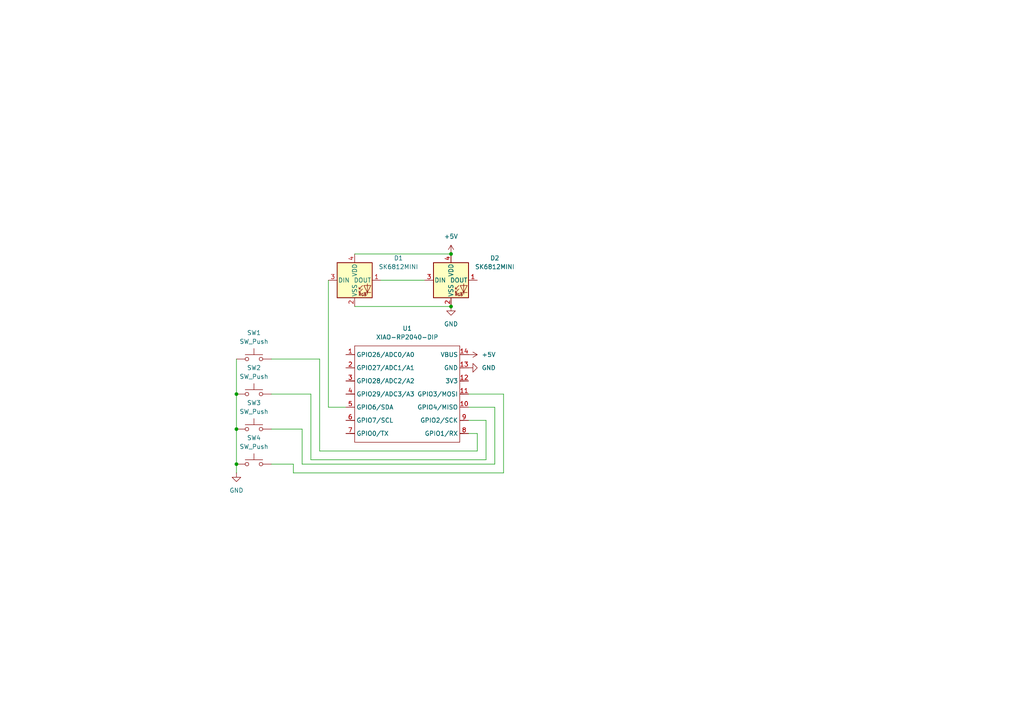
<source format=kicad_sch>
(kicad_sch
	(version 20250114)
	(generator "eeschema")
	(generator_version "9.0")
	(uuid "64957322-f57c-4809-86bf-2af42a4aabc3")
	(paper "A4")
	(lib_symbols
		(symbol "LED:SK6812MINI"
			(pin_names
				(offset 0.254)
			)
			(exclude_from_sim no)
			(in_bom yes)
			(on_board yes)
			(property "Reference" "D"
				(at 5.08 5.715 0)
				(effects
					(font
						(size 1.27 1.27)
					)
					(justify right bottom)
				)
			)
			(property "Value" "SK6812MINI"
				(at 1.27 -5.715 0)
				(effects
					(font
						(size 1.27 1.27)
					)
					(justify left top)
				)
			)
			(property "Footprint" "LED_SMD:LED_SK6812MINI_PLCC4_3.5x3.5mm_P1.75mm"
				(at 1.27 -7.62 0)
				(effects
					(font
						(size 1.27 1.27)
					)
					(justify left top)
					(hide yes)
				)
			)
			(property "Datasheet" "https://cdn-shop.adafruit.com/product-files/2686/SK6812MINI_REV.01-1-2.pdf"
				(at 2.54 -9.525 0)
				(effects
					(font
						(size 1.27 1.27)
					)
					(justify left top)
					(hide yes)
				)
			)
			(property "Description" "RGB LED with integrated controller"
				(at 0 0 0)
				(effects
					(font
						(size 1.27 1.27)
					)
					(hide yes)
				)
			)
			(property "ki_keywords" "RGB LED NeoPixel Mini addressable"
				(at 0 0 0)
				(effects
					(font
						(size 1.27 1.27)
					)
					(hide yes)
				)
			)
			(property "ki_fp_filters" "LED*SK6812MINI*PLCC*3.5x3.5mm*P1.75mm*"
				(at 0 0 0)
				(effects
					(font
						(size 1.27 1.27)
					)
					(hide yes)
				)
			)
			(symbol "SK6812MINI_0_0"
				(text "RGB"
					(at 2.286 -4.191 0)
					(effects
						(font
							(size 0.762 0.762)
						)
					)
				)
			)
			(symbol "SK6812MINI_0_1"
				(polyline
					(pts
						(xy 1.27 -2.54) (xy 1.778 -2.54)
					)
					(stroke
						(width 0)
						(type default)
					)
					(fill
						(type none)
					)
				)
				(polyline
					(pts
						(xy 1.27 -3.556) (xy 1.778 -3.556)
					)
					(stroke
						(width 0)
						(type default)
					)
					(fill
						(type none)
					)
				)
				(polyline
					(pts
						(xy 2.286 -1.524) (xy 1.27 -2.54) (xy 1.27 -2.032)
					)
					(stroke
						(width 0)
						(type default)
					)
					(fill
						(type none)
					)
				)
				(polyline
					(pts
						(xy 2.286 -2.54) (xy 1.27 -3.556) (xy 1.27 -3.048)
					)
					(stroke
						(width 0)
						(type default)
					)
					(fill
						(type none)
					)
				)
				(polyline
					(pts
						(xy 3.683 -1.016) (xy 3.683 -3.556) (xy 3.683 -4.064)
					)
					(stroke
						(width 0)
						(type default)
					)
					(fill
						(type none)
					)
				)
				(polyline
					(pts
						(xy 4.699 -1.524) (xy 2.667 -1.524) (xy 3.683 -3.556) (xy 4.699 -1.524)
					)
					(stroke
						(width 0)
						(type default)
					)
					(fill
						(type none)
					)
				)
				(polyline
					(pts
						(xy 4.699 -3.556) (xy 2.667 -3.556)
					)
					(stroke
						(width 0)
						(type default)
					)
					(fill
						(type none)
					)
				)
				(rectangle
					(start 5.08 5.08)
					(end -5.08 -5.08)
					(stroke
						(width 0.254)
						(type default)
					)
					(fill
						(type background)
					)
				)
			)
			(symbol "SK6812MINI_1_1"
				(pin input line
					(at -7.62 0 0)
					(length 2.54)
					(name "DIN"
						(effects
							(font
								(size 1.27 1.27)
							)
						)
					)
					(number "3"
						(effects
							(font
								(size 1.27 1.27)
							)
						)
					)
				)
				(pin power_in line
					(at 0 7.62 270)
					(length 2.54)
					(name "VDD"
						(effects
							(font
								(size 1.27 1.27)
							)
						)
					)
					(number "4"
						(effects
							(font
								(size 1.27 1.27)
							)
						)
					)
				)
				(pin power_in line
					(at 0 -7.62 90)
					(length 2.54)
					(name "VSS"
						(effects
							(font
								(size 1.27 1.27)
							)
						)
					)
					(number "2"
						(effects
							(font
								(size 1.27 1.27)
							)
						)
					)
				)
				(pin output line
					(at 7.62 0 180)
					(length 2.54)
					(name "DOUT"
						(effects
							(font
								(size 1.27 1.27)
							)
						)
					)
					(number "1"
						(effects
							(font
								(size 1.27 1.27)
							)
						)
					)
				)
			)
			(embedded_fonts no)
		)
		(symbol "OPL Kicad Library:XIAO-RP2040-DIP"
			(exclude_from_sim no)
			(in_bom yes)
			(on_board yes)
			(property "Reference" "U"
				(at 0 0 0)
				(effects
					(font
						(size 1.27 1.27)
					)
				)
			)
			(property "Value" "XIAO-RP2040-DIP"
				(at 5.334 -1.778 0)
				(effects
					(font
						(size 1.27 1.27)
					)
				)
			)
			(property "Footprint" "Module:MOUDLE14P-XIAO-DIP-SMD"
				(at 14.478 -32.258 0)
				(effects
					(font
						(size 1.27 1.27)
					)
					(hide yes)
				)
			)
			(property "Datasheet" ""
				(at 0 0 0)
				(effects
					(font
						(size 1.27 1.27)
					)
					(hide yes)
				)
			)
			(property "Description" ""
				(at 0 0 0)
				(effects
					(font
						(size 1.27 1.27)
					)
					(hide yes)
				)
			)
			(symbol "XIAO-RP2040-DIP_1_0"
				(polyline
					(pts
						(xy -1.27 -2.54) (xy 29.21 -2.54)
					)
					(stroke
						(width 0.1524)
						(type solid)
					)
					(fill
						(type none)
					)
				)
				(polyline
					(pts
						(xy -1.27 -5.08) (xy -2.54 -5.08)
					)
					(stroke
						(width 0.1524)
						(type solid)
					)
					(fill
						(type none)
					)
				)
				(polyline
					(pts
						(xy -1.27 -5.08) (xy -1.27 -2.54)
					)
					(stroke
						(width 0.1524)
						(type solid)
					)
					(fill
						(type none)
					)
				)
				(polyline
					(pts
						(xy -1.27 -8.89) (xy -2.54 -8.89)
					)
					(stroke
						(width 0.1524)
						(type solid)
					)
					(fill
						(type none)
					)
				)
				(polyline
					(pts
						(xy -1.27 -8.89) (xy -1.27 -5.08)
					)
					(stroke
						(width 0.1524)
						(type solid)
					)
					(fill
						(type none)
					)
				)
				(polyline
					(pts
						(xy -1.27 -12.7) (xy -2.54 -12.7)
					)
					(stroke
						(width 0.1524)
						(type solid)
					)
					(fill
						(type none)
					)
				)
				(polyline
					(pts
						(xy -1.27 -12.7) (xy -1.27 -8.89)
					)
					(stroke
						(width 0.1524)
						(type solid)
					)
					(fill
						(type none)
					)
				)
				(polyline
					(pts
						(xy -1.27 -16.51) (xy -2.54 -16.51)
					)
					(stroke
						(width 0.1524)
						(type solid)
					)
					(fill
						(type none)
					)
				)
				(polyline
					(pts
						(xy -1.27 -16.51) (xy -1.27 -12.7)
					)
					(stroke
						(width 0.1524)
						(type solid)
					)
					(fill
						(type none)
					)
				)
				(polyline
					(pts
						(xy -1.27 -20.32) (xy -2.54 -20.32)
					)
					(stroke
						(width 0.1524)
						(type solid)
					)
					(fill
						(type none)
					)
				)
				(polyline
					(pts
						(xy -1.27 -24.13) (xy -2.54 -24.13)
					)
					(stroke
						(width 0.1524)
						(type solid)
					)
					(fill
						(type none)
					)
				)
				(polyline
					(pts
						(xy -1.27 -27.94) (xy -2.54 -27.94)
					)
					(stroke
						(width 0.1524)
						(type solid)
					)
					(fill
						(type none)
					)
				)
				(polyline
					(pts
						(xy -1.27 -30.48) (xy -1.27 -16.51)
					)
					(stroke
						(width 0.1524)
						(type solid)
					)
					(fill
						(type none)
					)
				)
				(polyline
					(pts
						(xy 29.21 -2.54) (xy 29.21 -5.08)
					)
					(stroke
						(width 0.1524)
						(type solid)
					)
					(fill
						(type none)
					)
				)
				(polyline
					(pts
						(xy 29.21 -5.08) (xy 29.21 -8.89)
					)
					(stroke
						(width 0.1524)
						(type solid)
					)
					(fill
						(type none)
					)
				)
				(polyline
					(pts
						(xy 29.21 -8.89) (xy 29.21 -12.7)
					)
					(stroke
						(width 0.1524)
						(type solid)
					)
					(fill
						(type none)
					)
				)
				(polyline
					(pts
						(xy 29.21 -12.7) (xy 29.21 -30.48)
					)
					(stroke
						(width 0.1524)
						(type solid)
					)
					(fill
						(type none)
					)
				)
				(polyline
					(pts
						(xy 29.21 -30.48) (xy -1.27 -30.48)
					)
					(stroke
						(width 0.1524)
						(type solid)
					)
					(fill
						(type none)
					)
				)
				(polyline
					(pts
						(xy 30.48 -5.08) (xy 29.21 -5.08)
					)
					(stroke
						(width 0.1524)
						(type solid)
					)
					(fill
						(type none)
					)
				)
				(polyline
					(pts
						(xy 30.48 -8.89) (xy 29.21 -8.89)
					)
					(stroke
						(width 0.1524)
						(type solid)
					)
					(fill
						(type none)
					)
				)
				(polyline
					(pts
						(xy 30.48 -12.7) (xy 29.21 -12.7)
					)
					(stroke
						(width 0.1524)
						(type solid)
					)
					(fill
						(type none)
					)
				)
				(polyline
					(pts
						(xy 30.48 -16.51) (xy 29.21 -16.51)
					)
					(stroke
						(width 0.1524)
						(type solid)
					)
					(fill
						(type none)
					)
				)
				(polyline
					(pts
						(xy 30.48 -20.32) (xy 29.21 -20.32)
					)
					(stroke
						(width 0.1524)
						(type solid)
					)
					(fill
						(type none)
					)
				)
				(polyline
					(pts
						(xy 30.48 -24.13) (xy 29.21 -24.13)
					)
					(stroke
						(width 0.1524)
						(type solid)
					)
					(fill
						(type none)
					)
				)
				(polyline
					(pts
						(xy 30.48 -27.94) (xy 29.21 -27.94)
					)
					(stroke
						(width 0.1524)
						(type solid)
					)
					(fill
						(type none)
					)
				)
				(pin passive line
					(at -3.81 -5.08 0)
					(length 2.54)
					(name "GPIO26/ADC0/A0"
						(effects
							(font
								(size 1.27 1.27)
							)
						)
					)
					(number "1"
						(effects
							(font
								(size 1.27 1.27)
							)
						)
					)
				)
				(pin passive line
					(at -3.81 -8.89 0)
					(length 2.54)
					(name "GPIO27/ADC1/A1"
						(effects
							(font
								(size 1.27 1.27)
							)
						)
					)
					(number "2"
						(effects
							(font
								(size 1.27 1.27)
							)
						)
					)
				)
				(pin passive line
					(at -3.81 -12.7 0)
					(length 2.54)
					(name "GPIO28/ADC2/A2"
						(effects
							(font
								(size 1.27 1.27)
							)
						)
					)
					(number "3"
						(effects
							(font
								(size 1.27 1.27)
							)
						)
					)
				)
				(pin passive line
					(at -3.81 -16.51 0)
					(length 2.54)
					(name "GPIO29/ADC3/A3"
						(effects
							(font
								(size 1.27 1.27)
							)
						)
					)
					(number "4"
						(effects
							(font
								(size 1.27 1.27)
							)
						)
					)
				)
				(pin passive line
					(at -3.81 -20.32 0)
					(length 2.54)
					(name "GPIO6/SDA"
						(effects
							(font
								(size 1.27 1.27)
							)
						)
					)
					(number "5"
						(effects
							(font
								(size 1.27 1.27)
							)
						)
					)
				)
				(pin passive line
					(at -3.81 -24.13 0)
					(length 2.54)
					(name "GPIO7/SCL"
						(effects
							(font
								(size 1.27 1.27)
							)
						)
					)
					(number "6"
						(effects
							(font
								(size 1.27 1.27)
							)
						)
					)
				)
				(pin passive line
					(at -3.81 -27.94 0)
					(length 2.54)
					(name "GPIO0/TX"
						(effects
							(font
								(size 1.27 1.27)
							)
						)
					)
					(number "7"
						(effects
							(font
								(size 1.27 1.27)
							)
						)
					)
				)
				(pin passive line
					(at 31.75 -5.08 180)
					(length 2.54)
					(name "VBUS"
						(effects
							(font
								(size 1.27 1.27)
							)
						)
					)
					(number "14"
						(effects
							(font
								(size 1.27 1.27)
							)
						)
					)
				)
				(pin passive line
					(at 31.75 -8.89 180)
					(length 2.54)
					(name "GND"
						(effects
							(font
								(size 1.27 1.27)
							)
						)
					)
					(number "13"
						(effects
							(font
								(size 1.27 1.27)
							)
						)
					)
				)
				(pin passive line
					(at 31.75 -12.7 180)
					(length 2.54)
					(name "3V3"
						(effects
							(font
								(size 1.27 1.27)
							)
						)
					)
					(number "12"
						(effects
							(font
								(size 1.27 1.27)
							)
						)
					)
				)
				(pin passive line
					(at 31.75 -16.51 180)
					(length 2.54)
					(name "GPIO3/MOSI"
						(effects
							(font
								(size 1.27 1.27)
							)
						)
					)
					(number "11"
						(effects
							(font
								(size 1.27 1.27)
							)
						)
					)
				)
				(pin passive line
					(at 31.75 -20.32 180)
					(length 2.54)
					(name "GPIO4/MISO"
						(effects
							(font
								(size 1.27 1.27)
							)
						)
					)
					(number "10"
						(effects
							(font
								(size 1.27 1.27)
							)
						)
					)
				)
				(pin passive line
					(at 31.75 -24.13 180)
					(length 2.54)
					(name "GPIO2/SCK"
						(effects
							(font
								(size 1.27 1.27)
							)
						)
					)
					(number "9"
						(effects
							(font
								(size 1.27 1.27)
							)
						)
					)
				)
				(pin passive line
					(at 31.75 -27.94 180)
					(length 2.54)
					(name "GPIO1/RX"
						(effects
							(font
								(size 1.27 1.27)
							)
						)
					)
					(number "8"
						(effects
							(font
								(size 1.27 1.27)
							)
						)
					)
				)
			)
			(embedded_fonts no)
		)
		(symbol "Switch:SW_Push"
			(pin_numbers
				(hide yes)
			)
			(pin_names
				(offset 1.016)
				(hide yes)
			)
			(exclude_from_sim no)
			(in_bom yes)
			(on_board yes)
			(property "Reference" "SW"
				(at 1.27 2.54 0)
				(effects
					(font
						(size 1.27 1.27)
					)
					(justify left)
				)
			)
			(property "Value" "SW_Push"
				(at 0 -1.524 0)
				(effects
					(font
						(size 1.27 1.27)
					)
				)
			)
			(property "Footprint" ""
				(at 0 5.08 0)
				(effects
					(font
						(size 1.27 1.27)
					)
					(hide yes)
				)
			)
			(property "Datasheet" "~"
				(at 0 5.08 0)
				(effects
					(font
						(size 1.27 1.27)
					)
					(hide yes)
				)
			)
			(property "Description" "Push button switch, generic, two pins"
				(at 0 0 0)
				(effects
					(font
						(size 1.27 1.27)
					)
					(hide yes)
				)
			)
			(property "ki_keywords" "switch normally-open pushbutton push-button"
				(at 0 0 0)
				(effects
					(font
						(size 1.27 1.27)
					)
					(hide yes)
				)
			)
			(symbol "SW_Push_0_1"
				(circle
					(center -2.032 0)
					(radius 0.508)
					(stroke
						(width 0)
						(type default)
					)
					(fill
						(type none)
					)
				)
				(polyline
					(pts
						(xy 0 1.27) (xy 0 3.048)
					)
					(stroke
						(width 0)
						(type default)
					)
					(fill
						(type none)
					)
				)
				(circle
					(center 2.032 0)
					(radius 0.508)
					(stroke
						(width 0)
						(type default)
					)
					(fill
						(type none)
					)
				)
				(polyline
					(pts
						(xy 2.54 1.27) (xy -2.54 1.27)
					)
					(stroke
						(width 0)
						(type default)
					)
					(fill
						(type none)
					)
				)
				(pin passive line
					(at -5.08 0 0)
					(length 2.54)
					(name "1"
						(effects
							(font
								(size 1.27 1.27)
							)
						)
					)
					(number "1"
						(effects
							(font
								(size 1.27 1.27)
							)
						)
					)
				)
				(pin passive line
					(at 5.08 0 180)
					(length 2.54)
					(name "2"
						(effects
							(font
								(size 1.27 1.27)
							)
						)
					)
					(number "2"
						(effects
							(font
								(size 1.27 1.27)
							)
						)
					)
				)
			)
			(embedded_fonts no)
		)
		(symbol "power:+5V"
			(power)
			(pin_numbers
				(hide yes)
			)
			(pin_names
				(offset 0)
				(hide yes)
			)
			(exclude_from_sim no)
			(in_bom yes)
			(on_board yes)
			(property "Reference" "#PWR"
				(at 0 -3.81 0)
				(effects
					(font
						(size 1.27 1.27)
					)
					(hide yes)
				)
			)
			(property "Value" "+5V"
				(at 0 3.556 0)
				(effects
					(font
						(size 1.27 1.27)
					)
				)
			)
			(property "Footprint" ""
				(at 0 0 0)
				(effects
					(font
						(size 1.27 1.27)
					)
					(hide yes)
				)
			)
			(property "Datasheet" ""
				(at 0 0 0)
				(effects
					(font
						(size 1.27 1.27)
					)
					(hide yes)
				)
			)
			(property "Description" "Power symbol creates a global label with name \"+5V\""
				(at 0 0 0)
				(effects
					(font
						(size 1.27 1.27)
					)
					(hide yes)
				)
			)
			(property "ki_keywords" "global power"
				(at 0 0 0)
				(effects
					(font
						(size 1.27 1.27)
					)
					(hide yes)
				)
			)
			(symbol "+5V_0_1"
				(polyline
					(pts
						(xy -0.762 1.27) (xy 0 2.54)
					)
					(stroke
						(width 0)
						(type default)
					)
					(fill
						(type none)
					)
				)
				(polyline
					(pts
						(xy 0 2.54) (xy 0.762 1.27)
					)
					(stroke
						(width 0)
						(type default)
					)
					(fill
						(type none)
					)
				)
				(polyline
					(pts
						(xy 0 0) (xy 0 2.54)
					)
					(stroke
						(width 0)
						(type default)
					)
					(fill
						(type none)
					)
				)
			)
			(symbol "+5V_1_1"
				(pin power_in line
					(at 0 0 90)
					(length 0)
					(name "~"
						(effects
							(font
								(size 1.27 1.27)
							)
						)
					)
					(number "1"
						(effects
							(font
								(size 1.27 1.27)
							)
						)
					)
				)
			)
			(embedded_fonts no)
		)
		(symbol "power:GND"
			(power)
			(pin_numbers
				(hide yes)
			)
			(pin_names
				(offset 0)
				(hide yes)
			)
			(exclude_from_sim no)
			(in_bom yes)
			(on_board yes)
			(property "Reference" "#PWR"
				(at 0 -6.35 0)
				(effects
					(font
						(size 1.27 1.27)
					)
					(hide yes)
				)
			)
			(property "Value" "GND"
				(at 0 -3.81 0)
				(effects
					(font
						(size 1.27 1.27)
					)
				)
			)
			(property "Footprint" ""
				(at 0 0 0)
				(effects
					(font
						(size 1.27 1.27)
					)
					(hide yes)
				)
			)
			(property "Datasheet" ""
				(at 0 0 0)
				(effects
					(font
						(size 1.27 1.27)
					)
					(hide yes)
				)
			)
			(property "Description" "Power symbol creates a global label with name \"GND\" , ground"
				(at 0 0 0)
				(effects
					(font
						(size 1.27 1.27)
					)
					(hide yes)
				)
			)
			(property "ki_keywords" "global power"
				(at 0 0 0)
				(effects
					(font
						(size 1.27 1.27)
					)
					(hide yes)
				)
			)
			(symbol "GND_0_1"
				(polyline
					(pts
						(xy 0 0) (xy 0 -1.27) (xy 1.27 -1.27) (xy 0 -2.54) (xy -1.27 -1.27) (xy 0 -1.27)
					)
					(stroke
						(width 0)
						(type default)
					)
					(fill
						(type none)
					)
				)
			)
			(symbol "GND_1_1"
				(pin power_in line
					(at 0 0 270)
					(length 0)
					(name "~"
						(effects
							(font
								(size 1.27 1.27)
							)
						)
					)
					(number "1"
						(effects
							(font
								(size 1.27 1.27)
							)
						)
					)
				)
			)
			(embedded_fonts no)
		)
	)
	(junction
		(at 68.58 124.46)
		(diameter 0)
		(color 0 0 0 0)
		(uuid "3029e941-6d33-44ad-87a3-e165bc63e96a")
	)
	(junction
		(at 130.81 73.66)
		(diameter 0)
		(color 0 0 0 0)
		(uuid "8d2329e6-5ad8-421d-b700-ee108c78f6ab")
	)
	(junction
		(at 68.58 134.62)
		(diameter 0)
		(color 0 0 0 0)
		(uuid "8df0eea3-ef9e-47e8-89e2-d34018f4862d")
	)
	(junction
		(at 68.58 114.3)
		(diameter 0)
		(color 0 0 0 0)
		(uuid "aa6a8f14-c924-46df-a5a4-6f08122521f5")
	)
	(junction
		(at 130.81 88.9)
		(diameter 0)
		(color 0 0 0 0)
		(uuid "fe2a7fcc-1206-4bdf-ab82-90472fb29f59")
	)
	(wire
		(pts
			(xy 95.25 118.11) (xy 100.33 118.11)
		)
		(stroke
			(width 0)
			(type default)
		)
		(uuid "0157dfb0-5404-4012-b25f-10e07d750a52")
	)
	(wire
		(pts
			(xy 90.17 114.3) (xy 90.17 133.35)
		)
		(stroke
			(width 0)
			(type default)
		)
		(uuid "027aa76d-580d-4c58-b6da-fe73af34dc3e")
	)
	(wire
		(pts
			(xy 90.17 133.35) (xy 140.97 133.35)
		)
		(stroke
			(width 0)
			(type default)
		)
		(uuid "07a2e338-87f3-4175-aedf-e3456b74eaf5")
	)
	(wire
		(pts
			(xy 78.74 134.62) (xy 85.09 134.62)
		)
		(stroke
			(width 0)
			(type default)
		)
		(uuid "0b8e10bf-c223-42a7-bc14-7f2df1c32511")
	)
	(wire
		(pts
			(xy 135.89 118.11) (xy 143.51 118.11)
		)
		(stroke
			(width 0)
			(type default)
		)
		(uuid "12521b46-a2ec-4bbb-b8dc-784b06ccf40f")
	)
	(wire
		(pts
			(xy 102.87 88.9) (xy 130.81 88.9)
		)
		(stroke
			(width 0)
			(type default)
		)
		(uuid "2226b895-478d-45c4-82fb-581241c97a28")
	)
	(wire
		(pts
			(xy 135.89 121.92) (xy 140.97 121.92)
		)
		(stroke
			(width 0)
			(type default)
		)
		(uuid "2f35d7fb-b875-4073-8ed5-a086a016667c")
	)
	(wire
		(pts
			(xy 138.43 130.81) (xy 138.43 125.73)
		)
		(stroke
			(width 0)
			(type default)
		)
		(uuid "3071db52-ff80-45e6-b0b5-412413b15990")
	)
	(wire
		(pts
			(xy 68.58 124.46) (xy 68.58 134.62)
		)
		(stroke
			(width 0)
			(type default)
		)
		(uuid "3d52515e-5aeb-4d84-87b1-db506a6c1b28")
	)
	(wire
		(pts
			(xy 92.71 130.81) (xy 138.43 130.81)
		)
		(stroke
			(width 0)
			(type default)
		)
		(uuid "410065ff-6968-41e5-ac68-29bc4047128c")
	)
	(wire
		(pts
			(xy 68.58 104.14) (xy 68.58 114.3)
		)
		(stroke
			(width 0)
			(type default)
		)
		(uuid "4ce721ad-9115-45d1-9157-550936ff7a84")
	)
	(wire
		(pts
			(xy 68.58 114.3) (xy 68.58 124.46)
		)
		(stroke
			(width 0)
			(type default)
		)
		(uuid "4dd06fa3-ad09-46df-8c37-6f199407a0ea")
	)
	(wire
		(pts
			(xy 102.87 73.66) (xy 130.81 73.66)
		)
		(stroke
			(width 0)
			(type default)
		)
		(uuid "5cad1e83-4491-4b31-a945-7c38e570f501")
	)
	(wire
		(pts
			(xy 85.09 134.62) (xy 85.09 137.16)
		)
		(stroke
			(width 0)
			(type default)
		)
		(uuid "5cce8fd1-d503-454c-8288-25d42a5b0a48")
	)
	(wire
		(pts
			(xy 140.97 133.35) (xy 140.97 121.92)
		)
		(stroke
			(width 0)
			(type default)
		)
		(uuid "5eaf6d12-a7ab-4959-925f-93bd05b50a2e")
	)
	(wire
		(pts
			(xy 92.71 104.14) (xy 92.71 130.81)
		)
		(stroke
			(width 0)
			(type default)
		)
		(uuid "6528f451-8bee-4e15-9bfb-7a57b0b71271")
	)
	(wire
		(pts
			(xy 95.25 81.28) (xy 95.25 118.11)
		)
		(stroke
			(width 0)
			(type default)
		)
		(uuid "68f2c0f9-5c94-41a0-a7e3-9995e4cdc8a8")
	)
	(wire
		(pts
			(xy 68.58 134.62) (xy 68.58 137.16)
		)
		(stroke
			(width 0)
			(type default)
		)
		(uuid "6ddeafef-37fd-4e68-8a6a-aa394d6ab12a")
	)
	(wire
		(pts
			(xy 87.63 124.46) (xy 87.63 134.62)
		)
		(stroke
			(width 0)
			(type default)
		)
		(uuid "6f053a5c-5a6d-44d7-a085-d31441929cb2")
	)
	(wire
		(pts
			(xy 138.43 125.73) (xy 135.89 125.73)
		)
		(stroke
			(width 0)
			(type default)
		)
		(uuid "8a95b94c-3242-4e90-9ad1-7c2699e319e1")
	)
	(wire
		(pts
			(xy 87.63 134.62) (xy 143.51 134.62)
		)
		(stroke
			(width 0)
			(type default)
		)
		(uuid "8dc59689-4519-4d70-b2f2-3d7df46c1d54")
	)
	(wire
		(pts
			(xy 78.74 114.3) (xy 90.17 114.3)
		)
		(stroke
			(width 0)
			(type default)
		)
		(uuid "97a53bed-1de8-4b93-9c70-65e9a7969ccb")
	)
	(wire
		(pts
			(xy 143.51 134.62) (xy 143.51 118.11)
		)
		(stroke
			(width 0)
			(type default)
		)
		(uuid "9b917bb9-5420-4062-ad70-4ea192ab09d8")
	)
	(wire
		(pts
			(xy 146.05 137.16) (xy 146.05 114.3)
		)
		(stroke
			(width 0)
			(type default)
		)
		(uuid "aa2202a7-3944-4c0c-9685-7c2d75885eca")
	)
	(wire
		(pts
			(xy 78.74 104.14) (xy 92.71 104.14)
		)
		(stroke
			(width 0)
			(type default)
		)
		(uuid "c9d7e029-fc07-4aa9-9518-b19d2c82bce7")
	)
	(wire
		(pts
			(xy 78.74 124.46) (xy 87.63 124.46)
		)
		(stroke
			(width 0)
			(type default)
		)
		(uuid "d6766d7a-5d98-45e1-a603-e87fc8f0d701")
	)
	(wire
		(pts
			(xy 85.09 137.16) (xy 146.05 137.16)
		)
		(stroke
			(width 0)
			(type default)
		)
		(uuid "e1f3d7df-b5d2-4e08-b165-9a633d22e6b9")
	)
	(wire
		(pts
			(xy 135.89 114.3) (xy 146.05 114.3)
		)
		(stroke
			(width 0)
			(type default)
		)
		(uuid "ee6a5197-07fb-4274-8308-f8185cec96d5")
	)
	(wire
		(pts
			(xy 123.19 81.28) (xy 110.49 81.28)
		)
		(stroke
			(width 0)
			(type default)
		)
		(uuid "fb5eec71-8082-44a9-84ab-4797107d2b07")
	)
	(symbol
		(lib_id "Switch:SW_Push")
		(at 73.66 114.3 0)
		(unit 1)
		(exclude_from_sim no)
		(in_bom yes)
		(on_board yes)
		(dnp no)
		(fields_autoplaced yes)
		(uuid "226776c2-8fc5-4228-a92d-7d250edac0c0")
		(property "Reference" "SW2"
			(at 73.66 106.68 0)
			(effects
				(font
					(size 1.27 1.27)
				)
			)
		)
		(property "Value" "SW_Push"
			(at 73.66 109.22 0)
			(effects
				(font
					(size 1.27 1.27)
				)
			)
		)
		(property "Footprint" "Button_Switch_Keyboard:SW_Cherry_MX_1.00u_PCB"
			(at 73.66 109.22 0)
			(effects
				(font
					(size 1.27 1.27)
				)
				(hide yes)
			)
		)
		(property "Datasheet" "~"
			(at 73.66 109.22 0)
			(effects
				(font
					(size 1.27 1.27)
				)
				(hide yes)
			)
		)
		(property "Description" "Push button switch, generic, two pins"
			(at 73.66 114.3 0)
			(effects
				(font
					(size 1.27 1.27)
				)
				(hide yes)
			)
		)
		(pin "2"
			(uuid "697b3266-5716-40a2-a7ff-cce61c91389e")
		)
		(pin "1"
			(uuid "a121bea8-b806-4493-8306-2baac82c822a")
		)
		(instances
			(project ""
				(path "/64957322-f57c-4809-86bf-2af42a4aabc3"
					(reference "SW2")
					(unit 1)
				)
			)
		)
	)
	(symbol
		(lib_id "power:GND")
		(at 130.81 88.9 0)
		(unit 1)
		(exclude_from_sim no)
		(in_bom yes)
		(on_board yes)
		(dnp no)
		(fields_autoplaced yes)
		(uuid "25179d88-4c2a-46e2-98cf-a89d8a3e76ab")
		(property "Reference" "#PWR01"
			(at 130.81 95.25 0)
			(effects
				(font
					(size 1.27 1.27)
				)
				(hide yes)
			)
		)
		(property "Value" "GND"
			(at 130.81 93.98 0)
			(effects
				(font
					(size 1.27 1.27)
				)
			)
		)
		(property "Footprint" ""
			(at 130.81 88.9 0)
			(effects
				(font
					(size 1.27 1.27)
				)
				(hide yes)
			)
		)
		(property "Datasheet" ""
			(at 130.81 88.9 0)
			(effects
				(font
					(size 1.27 1.27)
				)
				(hide yes)
			)
		)
		(property "Description" "Power symbol creates a global label with name \"GND\" , ground"
			(at 130.81 88.9 0)
			(effects
				(font
					(size 1.27 1.27)
				)
				(hide yes)
			)
		)
		(pin "1"
			(uuid "cd4c332d-02f8-457c-a557-24450afc7e7f")
		)
		(instances
			(project ""
				(path "/64957322-f57c-4809-86bf-2af42a4aabc3"
					(reference "#PWR01")
					(unit 1)
				)
			)
		)
	)
	(symbol
		(lib_id "LED:SK6812MINI")
		(at 102.87 81.28 0)
		(unit 1)
		(exclude_from_sim no)
		(in_bom yes)
		(on_board yes)
		(dnp no)
		(fields_autoplaced yes)
		(uuid "2cb30ad9-3111-41fe-8766-52558d73bb7a")
		(property "Reference" "D1"
			(at 115.57 74.8598 0)
			(effects
				(font
					(size 1.27 1.27)
				)
			)
		)
		(property "Value" "SK6812MINI"
			(at 115.57 77.3998 0)
			(effects
				(font
					(size 1.27 1.27)
				)
			)
		)
		(property "Footprint" "LED_SMD:LED_SK6812MINI_PLCC4_3.5x3.5mm_P1.75mm"
			(at 104.14 88.9 0)
			(effects
				(font
					(size 1.27 1.27)
				)
				(justify left top)
				(hide yes)
			)
		)
		(property "Datasheet" "https://cdn-shop.adafruit.com/product-files/2686/SK6812MINI_REV.01-1-2.pdf"
			(at 105.41 90.805 0)
			(effects
				(font
					(size 1.27 1.27)
				)
				(justify left top)
				(hide yes)
			)
		)
		(property "Description" "RGB LED with integrated controller"
			(at 102.87 81.28 0)
			(effects
				(font
					(size 1.27 1.27)
				)
				(hide yes)
			)
		)
		(pin "4"
			(uuid "dc5e917b-79c2-4c41-b16c-bbbd021dab5b")
		)
		(pin "2"
			(uuid "5f5dfe13-3aaa-4617-85cb-b2c66343aa2a")
		)
		(pin "1"
			(uuid "a093f716-c53f-4194-825a-8d8e983f68ce")
		)
		(pin "3"
			(uuid "834a754f-6180-4202-ae59-1dadd77c2be8")
		)
		(instances
			(project ""
				(path "/64957322-f57c-4809-86bf-2af42a4aabc3"
					(reference "D1")
					(unit 1)
				)
			)
		)
	)
	(symbol
		(lib_id "OPL Kicad Library:XIAO-RP2040-DIP")
		(at 104.14 97.79 0)
		(unit 1)
		(exclude_from_sim no)
		(in_bom yes)
		(on_board yes)
		(dnp no)
		(fields_autoplaced yes)
		(uuid "6c18567b-2ed1-4bd9-bf29-42c5d34f27e7")
		(property "Reference" "U1"
			(at 118.11 95.25 0)
			(effects
				(font
					(size 1.27 1.27)
				)
			)
		)
		(property "Value" "XIAO-RP2040-DIP"
			(at 118.11 97.79 0)
			(effects
				(font
					(size 1.27 1.27)
				)
			)
		)
		(property "Footprint" "Seeed Studio XIAO Series Library:XIAO-RP2040-DIP"
			(at 118.618 130.048 0)
			(effects
				(font
					(size 1.27 1.27)
				)
				(hide yes)
			)
		)
		(property "Datasheet" ""
			(at 104.14 97.79 0)
			(effects
				(font
					(size 1.27 1.27)
				)
				(hide yes)
			)
		)
		(property "Description" ""
			(at 104.14 97.79 0)
			(effects
				(font
					(size 1.27 1.27)
				)
				(hide yes)
			)
		)
		(pin "11"
			(uuid "c04de2b2-61c8-464e-9e0d-22790e0173a1")
		)
		(pin "4"
			(uuid "b8a28701-912d-4166-a089-78cea80f68c3")
		)
		(pin "3"
			(uuid "57bda077-bd19-49f9-bcc7-067f9a90c646")
		)
		(pin "10"
			(uuid "f8ee09a3-1584-46e8-ba66-7f564a07e505")
		)
		(pin "13"
			(uuid "9934988c-d675-4337-ae6d-4462a54f2017")
		)
		(pin "2"
			(uuid "18f696c0-3e50-40bf-a873-0ee42621e797")
		)
		(pin "5"
			(uuid "3bbd8d48-3996-4c48-826a-014d45bd6a57")
		)
		(pin "7"
			(uuid "fccf7fa3-ccf5-41e2-8644-a7157226566f")
		)
		(pin "9"
			(uuid "b16ff47d-fd29-4fc0-af3e-c2a8f97f400d")
		)
		(pin "14"
			(uuid "7d1ad346-0ec7-4bb3-803a-80145ed9d71c")
		)
		(pin "12"
			(uuid "fafcf42a-72c5-47d4-b09d-cab21ad16307")
		)
		(pin "8"
			(uuid "1b0806b0-84a8-4649-9cc4-255616fd9e00")
		)
		(pin "1"
			(uuid "c5b9f91a-2bca-4bbd-8cdb-92f72c8e529d")
		)
		(pin "6"
			(uuid "0579df68-6e7b-4f1b-97f4-51f81a93dbd4")
		)
		(instances
			(project ""
				(path "/64957322-f57c-4809-86bf-2af42a4aabc3"
					(reference "U1")
					(unit 1)
				)
			)
		)
	)
	(symbol
		(lib_id "power:+5V")
		(at 130.81 73.66 0)
		(unit 1)
		(exclude_from_sim no)
		(in_bom yes)
		(on_board yes)
		(dnp no)
		(fields_autoplaced yes)
		(uuid "754f4e25-9a41-41fc-8bd7-196b98b0b468")
		(property "Reference" "#PWR02"
			(at 130.81 77.47 0)
			(effects
				(font
					(size 1.27 1.27)
				)
				(hide yes)
			)
		)
		(property "Value" "+5V"
			(at 130.81 68.58 0)
			(effects
				(font
					(size 1.27 1.27)
				)
			)
		)
		(property "Footprint" ""
			(at 130.81 73.66 0)
			(effects
				(font
					(size 1.27 1.27)
				)
				(hide yes)
			)
		)
		(property "Datasheet" ""
			(at 130.81 73.66 0)
			(effects
				(font
					(size 1.27 1.27)
				)
				(hide yes)
			)
		)
		(property "Description" "Power symbol creates a global label with name \"+5V\""
			(at 130.81 73.66 0)
			(effects
				(font
					(size 1.27 1.27)
				)
				(hide yes)
			)
		)
		(pin "1"
			(uuid "d6aec4bc-b6f4-40db-ab15-e6fdd0f98efe")
		)
		(instances
			(project ""
				(path "/64957322-f57c-4809-86bf-2af42a4aabc3"
					(reference "#PWR02")
					(unit 1)
				)
			)
		)
	)
	(symbol
		(lib_id "Switch:SW_Push")
		(at 73.66 134.62 0)
		(unit 1)
		(exclude_from_sim no)
		(in_bom yes)
		(on_board yes)
		(dnp no)
		(uuid "a3365600-e8ac-4ef9-842e-fb816c17a2ca")
		(property "Reference" "SW4"
			(at 73.66 127 0)
			(effects
				(font
					(size 1.27 1.27)
				)
			)
		)
		(property "Value" "SW_Push"
			(at 73.66 129.54 0)
			(effects
				(font
					(size 1.27 1.27)
				)
			)
		)
		(property "Footprint" "Button_Switch_Keyboard:SW_Cherry_MX_1.00u_PCB"
			(at 73.66 129.54 0)
			(effects
				(font
					(size 1.27 1.27)
				)
				(hide yes)
			)
		)
		(property "Datasheet" "~"
			(at 73.66 129.54 0)
			(effects
				(font
					(size 1.27 1.27)
				)
				(hide yes)
			)
		)
		(property "Description" "Push button switch, generic, two pins"
			(at 73.66 134.62 0)
			(effects
				(font
					(size 1.27 1.27)
				)
				(hide yes)
			)
		)
		(pin "2"
			(uuid "94dae071-d7b9-43ba-941b-b9f467be69a5")
		)
		(pin "1"
			(uuid "ec3b825b-30fb-4d8d-9a7f-8722f9fcc2ca")
		)
		(instances
			(project ""
				(path "/64957322-f57c-4809-86bf-2af42a4aabc3"
					(reference "SW4")
					(unit 1)
				)
			)
		)
	)
	(symbol
		(lib_id "Switch:SW_Push")
		(at 73.66 124.46 0)
		(unit 1)
		(exclude_from_sim no)
		(in_bom yes)
		(on_board yes)
		(dnp no)
		(fields_autoplaced yes)
		(uuid "a73250e8-b1f9-4dcf-9c20-a1034b8426c9")
		(property "Reference" "SW3"
			(at 73.66 116.84 0)
			(effects
				(font
					(size 1.27 1.27)
				)
			)
		)
		(property "Value" "SW_Push"
			(at 73.66 119.38 0)
			(effects
				(font
					(size 1.27 1.27)
				)
			)
		)
		(property "Footprint" "Button_Switch_Keyboard:SW_Cherry_MX_1.00u_PCB"
			(at 73.66 119.38 0)
			(effects
				(font
					(size 1.27 1.27)
				)
				(hide yes)
			)
		)
		(property "Datasheet" "~"
			(at 73.66 119.38 0)
			(effects
				(font
					(size 1.27 1.27)
				)
				(hide yes)
			)
		)
		(property "Description" "Push button switch, generic, two pins"
			(at 73.66 124.46 0)
			(effects
				(font
					(size 1.27 1.27)
				)
				(hide yes)
			)
		)
		(pin "2"
			(uuid "0a0da925-c9aa-4d1c-9917-806a21faf6c5")
		)
		(pin "1"
			(uuid "5205cfda-c0ff-4b8a-80e7-6cfc752925c0")
		)
		(instances
			(project ""
				(path "/64957322-f57c-4809-86bf-2af42a4aabc3"
					(reference "SW3")
					(unit 1)
				)
			)
		)
	)
	(symbol
		(lib_id "power:GND")
		(at 135.89 106.68 90)
		(unit 1)
		(exclude_from_sim no)
		(in_bom yes)
		(on_board yes)
		(dnp no)
		(fields_autoplaced yes)
		(uuid "ca4c2b0c-97cf-487d-a1e1-9e784f2cb366")
		(property "Reference" "#PWR04"
			(at 142.24 106.68 0)
			(effects
				(font
					(size 1.27 1.27)
				)
				(hide yes)
			)
		)
		(property "Value" "GND"
			(at 139.7 106.6799 90)
			(effects
				(font
					(size 1.27 1.27)
				)
				(justify right)
			)
		)
		(property "Footprint" ""
			(at 135.89 106.68 0)
			(effects
				(font
					(size 1.27 1.27)
				)
				(hide yes)
			)
		)
		(property "Datasheet" ""
			(at 135.89 106.68 0)
			(effects
				(font
					(size 1.27 1.27)
				)
				(hide yes)
			)
		)
		(property "Description" "Power symbol creates a global label with name \"GND\" , ground"
			(at 135.89 106.68 0)
			(effects
				(font
					(size 1.27 1.27)
				)
				(hide yes)
			)
		)
		(pin "1"
			(uuid "95172eb5-8207-421a-ae47-5f562f782afa")
		)
		(instances
			(project ""
				(path "/64957322-f57c-4809-86bf-2af42a4aabc3"
					(reference "#PWR04")
					(unit 1)
				)
			)
		)
	)
	(symbol
		(lib_id "LED:SK6812MINI")
		(at 130.81 81.28 0)
		(unit 1)
		(exclude_from_sim no)
		(in_bom yes)
		(on_board yes)
		(dnp no)
		(fields_autoplaced yes)
		(uuid "d2f29317-b42a-466e-aef9-ba2e27b85716")
		(property "Reference" "D2"
			(at 143.51 74.8598 0)
			(effects
				(font
					(size 1.27 1.27)
				)
			)
		)
		(property "Value" "SK6812MINI"
			(at 143.51 77.3998 0)
			(effects
				(font
					(size 1.27 1.27)
				)
			)
		)
		(property "Footprint" "LED_SMD:LED_SK6812MINI_PLCC4_3.5x3.5mm_P1.75mm"
			(at 132.08 88.9 0)
			(effects
				(font
					(size 1.27 1.27)
				)
				(justify left top)
				(hide yes)
			)
		)
		(property "Datasheet" "https://cdn-shop.adafruit.com/product-files/2686/SK6812MINI_REV.01-1-2.pdf"
			(at 133.35 90.805 0)
			(effects
				(font
					(size 1.27 1.27)
				)
				(justify left top)
				(hide yes)
			)
		)
		(property "Description" "RGB LED with integrated controller"
			(at 130.81 81.28 0)
			(effects
				(font
					(size 1.27 1.27)
				)
				(hide yes)
			)
		)
		(pin "3"
			(uuid "3972d479-1d1d-4c07-be79-b62a8d1ccbf0")
		)
		(pin "4"
			(uuid "470ee11f-0be4-41ad-82b0-7af3d407de73")
		)
		(pin "2"
			(uuid "e577d676-cf45-4379-8f2a-8d4dce1606df")
		)
		(pin "1"
			(uuid "dfa9c593-0613-463c-883a-b5f73b8f14f4")
		)
		(instances
			(project ""
				(path "/64957322-f57c-4809-86bf-2af42a4aabc3"
					(reference "D2")
					(unit 1)
				)
			)
		)
	)
	(symbol
		(lib_id "Switch:SW_Push")
		(at 73.66 104.14 0)
		(unit 1)
		(exclude_from_sim no)
		(in_bom yes)
		(on_board yes)
		(dnp no)
		(fields_autoplaced yes)
		(uuid "d4f94aa7-eead-4ccc-8c20-4f5e37cd51b5")
		(property "Reference" "SW1"
			(at 73.66 96.52 0)
			(effects
				(font
					(size 1.27 1.27)
				)
			)
		)
		(property "Value" "SW_Push"
			(at 73.66 99.06 0)
			(effects
				(font
					(size 1.27 1.27)
				)
			)
		)
		(property "Footprint" "Button_Switch_Keyboard:SW_Cherry_MX_1.00u_PCB"
			(at 73.66 99.06 0)
			(effects
				(font
					(size 1.27 1.27)
				)
				(hide yes)
			)
		)
		(property "Datasheet" "~"
			(at 73.66 99.06 0)
			(effects
				(font
					(size 1.27 1.27)
				)
				(hide yes)
			)
		)
		(property "Description" "Push button switch, generic, two pins"
			(at 73.66 104.14 0)
			(effects
				(font
					(size 1.27 1.27)
				)
				(hide yes)
			)
		)
		(pin "2"
			(uuid "cec520c2-05d4-4476-bae8-245f897a9fae")
		)
		(pin "1"
			(uuid "03064029-8efd-4f04-8440-1e3d122b76d8")
		)
		(instances
			(project ""
				(path "/64957322-f57c-4809-86bf-2af42a4aabc3"
					(reference "SW1")
					(unit 1)
				)
			)
		)
	)
	(symbol
		(lib_id "power:GND")
		(at 68.58 137.16 0)
		(unit 1)
		(exclude_from_sim no)
		(in_bom yes)
		(on_board yes)
		(dnp no)
		(fields_autoplaced yes)
		(uuid "d83ff425-9424-428f-9fc8-731802ed5bc0")
		(property "Reference" "#PWR03"
			(at 68.58 143.51 0)
			(effects
				(font
					(size 1.27 1.27)
				)
				(hide yes)
			)
		)
		(property "Value" "GND"
			(at 68.58 142.24 0)
			(effects
				(font
					(size 1.27 1.27)
				)
			)
		)
		(property "Footprint" ""
			(at 68.58 137.16 0)
			(effects
				(font
					(size 1.27 1.27)
				)
				(hide yes)
			)
		)
		(property "Datasheet" ""
			(at 68.58 137.16 0)
			(effects
				(font
					(size 1.27 1.27)
				)
				(hide yes)
			)
		)
		(property "Description" "Power symbol creates a global label with name \"GND\" , ground"
			(at 68.58 137.16 0)
			(effects
				(font
					(size 1.27 1.27)
				)
				(hide yes)
			)
		)
		(pin "1"
			(uuid "9c9a1e36-c5aa-49ba-a9c5-0da10a143fb6")
		)
		(instances
			(project ""
				(path "/64957322-f57c-4809-86bf-2af42a4aabc3"
					(reference "#PWR03")
					(unit 1)
				)
			)
		)
	)
	(symbol
		(lib_id "power:+5V")
		(at 135.89 102.87 270)
		(unit 1)
		(exclude_from_sim no)
		(in_bom yes)
		(on_board yes)
		(dnp no)
		(fields_autoplaced yes)
		(uuid "fca202b2-0d8f-423a-a702-8433c7547db1")
		(property "Reference" "#PWR05"
			(at 132.08 102.87 0)
			(effects
				(font
					(size 1.27 1.27)
				)
				(hide yes)
			)
		)
		(property "Value" "+5V"
			(at 139.7 102.8699 90)
			(effects
				(font
					(size 1.27 1.27)
				)
				(justify left)
			)
		)
		(property "Footprint" ""
			(at 135.89 102.87 0)
			(effects
				(font
					(size 1.27 1.27)
				)
				(hide yes)
			)
		)
		(property "Datasheet" ""
			(at 135.89 102.87 0)
			(effects
				(font
					(size 1.27 1.27)
				)
				(hide yes)
			)
		)
		(property "Description" "Power symbol creates a global label with name \"+5V\""
			(at 135.89 102.87 0)
			(effects
				(font
					(size 1.27 1.27)
				)
				(hide yes)
			)
		)
		(pin "1"
			(uuid "9faa7c2c-226b-4ca6-9ac8-b31651834a1c")
		)
		(instances
			(project ""
				(path "/64957322-f57c-4809-86bf-2af42a4aabc3"
					(reference "#PWR05")
					(unit 1)
				)
			)
		)
	)
	(sheet_instances
		(path "/"
			(page "1")
		)
	)
	(embedded_fonts no)
)

</source>
